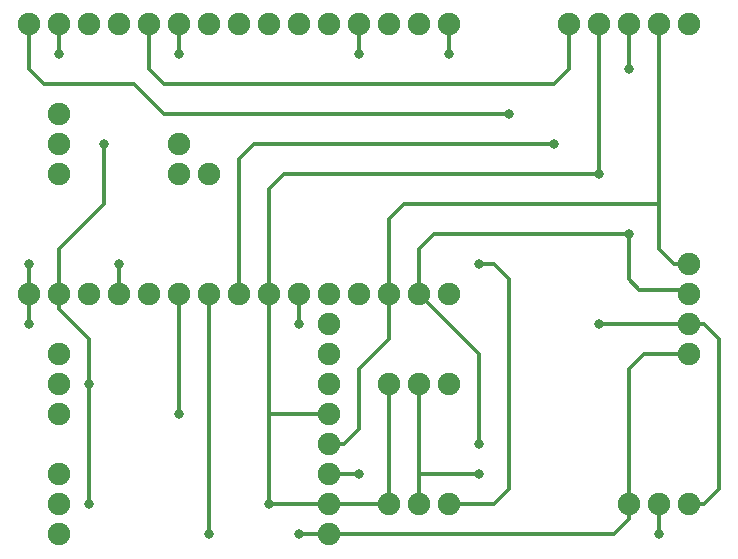
<source format=gbl>
G04 #@! TF.GenerationSoftware,KiCad,Pcbnew,(5.0.0)*
G04 #@! TF.CreationDate,2020-04-22T19:14:28+02:00*
G04 #@! TF.ProjectId,Homesensor,486F6D6573656E736F722E6B69636164,rev?*
G04 #@! TF.SameCoordinates,Original*
G04 #@! TF.FileFunction,Copper,L2,Bot,Signal*
G04 #@! TF.FilePolarity,Positive*
%FSLAX46Y46*%
G04 Gerber Fmt 4.6, Leading zero omitted, Abs format (unit mm)*
G04 Created by KiCad (PCBNEW (5.0.0)) date 04/22/20 19:14:28*
%MOMM*%
%LPD*%
G01*
G04 APERTURE LIST*
G04 #@! TA.AperFunction,ComponentPad*
%ADD10C,1.900000*%
G04 #@! TD*
G04 #@! TA.AperFunction,ViaPad*
%ADD11C,0.800000*%
G04 #@! TD*
G04 #@! TA.AperFunction,Conductor*
%ADD12C,0.300000*%
G04 #@! TD*
G04 APERTURE END LIST*
D10*
G04 #@! TO.P,REF\002A\002A,1*
G04 #@! TO.N,N/C*
X81280000Y-53340000D03*
G04 #@! TD*
G04 #@! TO.P,REF\002A\002A,1*
G04 #@! TO.N,N/C*
X78740000Y-53340000D03*
G04 #@! TD*
G04 #@! TO.P,REF\002A\002A,1*
G04 #@! TO.N,N/C*
X78740000Y-76200000D03*
G04 #@! TD*
G04 #@! TO.P,REF\002A\002A,1*
G04 #@! TO.N,N/C*
X81280000Y-76200000D03*
G04 #@! TD*
G04 #@! TO.P,REF\002A\002A,1*
G04 #@! TO.N,N/C*
X83820000Y-76200000D03*
G04 #@! TD*
G04 #@! TO.P,REF\002A\002A,1*
G04 #@! TO.N,N/C*
X86360000Y-76200000D03*
G04 #@! TD*
G04 #@! TO.P,REF\002A\002A,1*
G04 #@! TO.N,N/C*
X88900000Y-76200000D03*
G04 #@! TD*
G04 #@! TO.P,REF\002A\002A,1*
G04 #@! TO.N,N/C*
X91440000Y-76200000D03*
G04 #@! TD*
G04 #@! TO.P,REF\002A\002A,1*
G04 #@! TO.N,N/C*
X93980000Y-76200000D03*
G04 #@! TD*
G04 #@! TO.P,REF\002A\002A,1*
G04 #@! TO.N,N/C*
X96520000Y-76200000D03*
G04 #@! TD*
G04 #@! TO.P,REF\002A\002A,1*
G04 #@! TO.N,N/C*
X99060000Y-76200000D03*
G04 #@! TD*
G04 #@! TO.P,REF\002A\002A,1*
G04 #@! TO.N,N/C*
X101600000Y-76200000D03*
G04 #@! TD*
G04 #@! TO.P,REF\002A\002A,1*
G04 #@! TO.N,N/C*
X114300000Y-76200000D03*
G04 #@! TD*
G04 #@! TO.P,REF\002A\002A,1*
G04 #@! TO.N,N/C*
X111760000Y-76200000D03*
G04 #@! TD*
G04 #@! TO.P,REF\002A\002A,1*
G04 #@! TO.N,N/C*
X109220000Y-76200000D03*
G04 #@! TD*
G04 #@! TO.P,REF\002A\002A,1*
G04 #@! TO.N,N/C*
X106680000Y-76200000D03*
G04 #@! TD*
G04 #@! TO.P,REF\002A\002A,1*
G04 #@! TO.N,N/C*
X104140000Y-76200000D03*
G04 #@! TD*
G04 #@! TO.P,REF\002A\002A,1*
G04 #@! TO.N,N/C*
X104140000Y-78740000D03*
G04 #@! TD*
G04 #@! TO.P,REF\002A\002A,1*
G04 #@! TO.N,N/C*
X104140000Y-81280000D03*
G04 #@! TD*
G04 #@! TO.P,REF\002A\002A,1*
G04 #@! TO.N,N/C*
X104140000Y-83820000D03*
G04 #@! TD*
G04 #@! TO.P,REF\002A\002A,1*
G04 #@! TO.N,N/C*
X104140000Y-86360000D03*
G04 #@! TD*
G04 #@! TO.P,REF\002A\002A,1*
G04 #@! TO.N,N/C*
X104140000Y-88900000D03*
G04 #@! TD*
G04 #@! TO.P,REF\002A\002A,1*
G04 #@! TO.N,N/C*
X104140000Y-91440000D03*
G04 #@! TD*
G04 #@! TO.P,REF\002A\002A,1*
G04 #@! TO.N,N/C*
X104140000Y-93980000D03*
G04 #@! TD*
G04 #@! TO.P,REF\002A\002A,1*
G04 #@! TO.N,N/C*
X104140000Y-96520000D03*
G04 #@! TD*
G04 #@! TO.P,REF\002A\002A,1*
G04 #@! TO.N,N/C*
X81280000Y-96520000D03*
G04 #@! TD*
G04 #@! TO.P,REF\002A\002A,1*
G04 #@! TO.N,N/C*
X81280000Y-93980000D03*
G04 #@! TD*
G04 #@! TO.P,REF\002A\002A,1*
G04 #@! TO.N,N/C*
X81280000Y-91440000D03*
G04 #@! TD*
G04 #@! TO.P,REF\002A\002A,1*
G04 #@! TO.N,N/C*
X81280000Y-86360000D03*
G04 #@! TD*
G04 #@! TO.P,REF\002A\002A,1*
G04 #@! TO.N,N/C*
X81280000Y-83820000D03*
G04 #@! TD*
G04 #@! TO.P,REF\002A\002A,1*
G04 #@! TO.N,N/C*
X81280000Y-81280000D03*
G04 #@! TD*
G04 #@! TO.P,REF\002A\002A,1*
G04 #@! TO.N,N/C*
X114300000Y-83820000D03*
G04 #@! TD*
G04 #@! TO.P,REF\002A\002A,1*
G04 #@! TO.N,N/C*
X111760000Y-83820000D03*
G04 #@! TD*
G04 #@! TO.P,REF\002A\002A,1*
G04 #@! TO.N,N/C*
X109220000Y-83820000D03*
G04 #@! TD*
G04 #@! TO.P,REF\002A\002A,1*
G04 #@! TO.N,N/C*
X109220000Y-93980000D03*
G04 #@! TD*
G04 #@! TO.P,REF\002A\002A,1*
G04 #@! TO.N,N/C*
X111760000Y-93980000D03*
G04 #@! TD*
G04 #@! TO.P,REF\002A\002A,1*
G04 #@! TO.N,N/C*
X114300000Y-93980000D03*
G04 #@! TD*
G04 #@! TO.P,REF\002A\002A,1*
G04 #@! TO.N,N/C*
X129540000Y-93980000D03*
G04 #@! TD*
G04 #@! TO.P,REF\002A\002A,1*
G04 #@! TO.N,N/C*
X132080000Y-93980000D03*
G04 #@! TD*
G04 #@! TO.P,REF\002A\002A,1*
G04 #@! TO.N,N/C*
X134620000Y-93980000D03*
G04 #@! TD*
G04 #@! TO.P,REF\002A\002A,1*
G04 #@! TO.N,N/C*
X134620000Y-81280000D03*
G04 #@! TD*
G04 #@! TO.P,REF\002A\002A,1*
G04 #@! TO.N,N/C*
X134620000Y-78740000D03*
G04 #@! TD*
G04 #@! TO.P,REF\002A\002A,1*
G04 #@! TO.N,N/C*
X134620000Y-76200000D03*
G04 #@! TD*
G04 #@! TO.P,REF\002A\002A,1*
G04 #@! TO.N,N/C*
X134620000Y-73660000D03*
G04 #@! TD*
G04 #@! TO.P,REF\002A\002A,1*
G04 #@! TO.N,N/C*
X93980000Y-66040000D03*
G04 #@! TD*
G04 #@! TO.P,REF\002A\002A,1*
G04 #@! TO.N,N/C*
X91440000Y-66040000D03*
G04 #@! TD*
G04 #@! TO.P,REF\002A\002A,1*
G04 #@! TO.N,N/C*
X91440000Y-63500000D03*
G04 #@! TD*
G04 #@! TO.P,REF\002A\002A,1*
G04 #@! TO.N,N/C*
X134620000Y-53340000D03*
G04 #@! TD*
G04 #@! TO.P,REF\002A\002A,1*
G04 #@! TO.N,N/C*
X132080000Y-53340000D03*
G04 #@! TD*
G04 #@! TO.P,REF\002A\002A,1*
G04 #@! TO.N,N/C*
X129540000Y-53340000D03*
G04 #@! TD*
G04 #@! TO.P,REF\002A\002A,1*
G04 #@! TO.N,N/C*
X127000000Y-53340000D03*
G04 #@! TD*
G04 #@! TO.P,REF\002A\002A,1*
G04 #@! TO.N,N/C*
X124460000Y-53340000D03*
G04 #@! TD*
G04 #@! TO.P,REF\002A\002A,1*
G04 #@! TO.N,N/C*
X114300000Y-53340000D03*
G04 #@! TD*
G04 #@! TO.P,REF\002A\002A,1*
G04 #@! TO.N,N/C*
X111760000Y-53340000D03*
G04 #@! TD*
G04 #@! TO.P,REF\002A\002A,1*
G04 #@! TO.N,N/C*
X109220000Y-53340000D03*
G04 #@! TD*
G04 #@! TO.P,REF\002A\002A,1*
G04 #@! TO.N,N/C*
X106680000Y-53340000D03*
G04 #@! TD*
G04 #@! TO.P,REF\002A\002A,1*
G04 #@! TO.N,N/C*
X104140000Y-53340000D03*
G04 #@! TD*
G04 #@! TO.P,REF\002A\002A,1*
G04 #@! TO.N,N/C*
X104140000Y-53340000D03*
G04 #@! TD*
G04 #@! TO.P,REF\002A\002A,1*
G04 #@! TO.N,N/C*
X101600000Y-53340000D03*
G04 #@! TD*
G04 #@! TO.P,REF\002A\002A,1*
G04 #@! TO.N,N/C*
X99060000Y-53340000D03*
G04 #@! TD*
G04 #@! TO.P,REF\002A\002A,1*
G04 #@! TO.N,N/C*
X96520000Y-53340000D03*
G04 #@! TD*
G04 #@! TO.P,REF\002A\002A,1*
G04 #@! TO.N,N/C*
X93980000Y-53340000D03*
G04 #@! TD*
G04 #@! TO.P,REF\002A\002A,1*
G04 #@! TO.N,N/C*
X91440000Y-53340000D03*
G04 #@! TD*
G04 #@! TO.P,REF\002A\002A,1*
G04 #@! TO.N,N/C*
X88900000Y-53340000D03*
G04 #@! TD*
G04 #@! TO.P,REF\002A\002A,1*
G04 #@! TO.N,N/C*
X86360000Y-53340000D03*
G04 #@! TD*
G04 #@! TO.P,REF\002A\002A,1*
G04 #@! TO.N,N/C*
X83820000Y-53340000D03*
G04 #@! TD*
G04 #@! TO.P,REF\002A\002A,1*
G04 #@! TO.N,N/C*
X81280000Y-66040000D03*
G04 #@! TD*
G04 #@! TO.P,REF\002A\002A,1*
G04 #@! TO.N,N/C*
X81280000Y-63500000D03*
G04 #@! TD*
G04 #@! TO.P,REF\002A\002A,1*
G04 #@! TO.N,N/C*
X81280000Y-60960000D03*
G04 #@! TD*
D11*
G04 #@! TO.N,*
X101600000Y-78740000D03*
X78740000Y-73660000D03*
X78740000Y-78740000D03*
X129540000Y-57150000D03*
X83820000Y-83820000D03*
X83820000Y-93980000D03*
X81280000Y-55880000D03*
X91440000Y-55880000D03*
X99060000Y-93980000D03*
X119380000Y-60960000D03*
X101600000Y-96520014D03*
X106680000Y-91440000D03*
X116840000Y-88900000D03*
X116840000Y-91440000D03*
X91440000Y-86360000D03*
X93980000Y-96519986D03*
X114300000Y-55880000D03*
X85090000Y-63500006D03*
X132080000Y-96520000D03*
X127000000Y-78740000D03*
X123190000Y-63500000D03*
X127000000Y-66040000D03*
X129540000Y-71120000D03*
X116840000Y-73660000D03*
X86360000Y-73660000D03*
X106680000Y-55880000D03*
G04 #@! TD*
D12*
G04 #@! TO.N,*
X109220000Y-83820000D02*
X109220000Y-93980000D01*
X81280000Y-76200000D02*
X81280000Y-77470000D01*
X81280000Y-77470000D02*
X83820000Y-80010000D01*
X83820000Y-80010000D02*
X83820000Y-83820000D01*
X78740000Y-76200000D02*
X78740000Y-78740000D01*
X78740000Y-76200000D02*
X78740000Y-73660000D01*
X101600000Y-76200000D02*
X101600000Y-78740000D01*
X134620000Y-81280000D02*
X130810000Y-81280000D01*
X129540000Y-82550000D02*
X129540000Y-93980000D01*
X130810000Y-81280000D02*
X129540000Y-82550000D01*
X83820000Y-83820000D02*
X83820000Y-83820000D01*
X127000000Y-55880000D02*
X127000000Y-55880000D01*
X134620000Y-78740000D02*
X135890000Y-78740000D01*
X135890000Y-78740000D02*
X137160000Y-80010000D01*
X137160000Y-80010000D02*
X137160000Y-92710000D01*
X137160000Y-92710000D02*
X135890000Y-93980000D01*
X135890000Y-93980000D02*
X134620000Y-93980000D01*
X104140000Y-86360000D02*
X99060000Y-86360000D01*
X129540000Y-53340000D02*
X129540000Y-57150000D01*
X83820000Y-93980000D02*
X83820000Y-83820000D01*
X81280000Y-55880000D02*
X81280000Y-53340000D01*
X91440000Y-53340000D02*
X91440000Y-55880000D01*
X104140000Y-93980000D02*
X99060000Y-93980000D01*
X99060000Y-76200000D02*
X99060000Y-93980000D01*
X109220000Y-80010000D02*
X109220000Y-76200000D01*
X106680000Y-82550000D02*
X109220000Y-80010000D01*
X106680000Y-87630000D02*
X106680000Y-82550000D01*
X104140000Y-88900000D02*
X105410000Y-88900000D01*
X105410000Y-88900000D02*
X106680000Y-87630000D01*
X104140000Y-96520000D02*
X101600014Y-96520000D01*
X101600014Y-96520000D02*
X101600000Y-96520014D01*
X114300000Y-53340000D02*
X114300000Y-54610000D01*
X88900000Y-57150000D02*
X88900000Y-53340000D01*
X90170000Y-58420000D02*
X88900000Y-57150000D01*
X123190000Y-58420000D02*
X90170000Y-58420000D01*
X124460000Y-53340000D02*
X124460000Y-57150000D01*
X124460000Y-57150000D02*
X123190000Y-58420000D01*
X105410000Y-91440000D02*
X106680000Y-91440000D01*
X105410000Y-91440000D02*
X104140000Y-91440000D01*
X116840000Y-88617158D02*
X116840000Y-88900000D01*
X116840000Y-81280000D02*
X116840000Y-88617158D01*
X111760000Y-76200000D02*
X116840000Y-81280000D01*
X111760000Y-91440000D02*
X116840000Y-91440000D01*
X111760000Y-93980000D02*
X111760000Y-91440000D01*
X111760000Y-91440000D02*
X111760000Y-83820000D01*
X128270000Y-96520000D02*
X104140000Y-96520000D01*
X129540000Y-93980000D02*
X129540000Y-95250000D01*
X129540000Y-95250000D02*
X128270000Y-96520000D01*
X116440002Y-60960000D02*
X119380000Y-60960000D01*
X90170000Y-60960000D02*
X116440002Y-60960000D01*
X87630000Y-58420000D02*
X90170000Y-60960000D01*
X80010000Y-58420000D02*
X87630000Y-58420000D01*
X78740000Y-57150000D02*
X80010000Y-58420000D01*
X78740000Y-53340000D02*
X78740000Y-57150000D01*
X133350000Y-73660000D02*
X134620000Y-73660000D01*
X132080000Y-53340000D02*
X132080000Y-72390000D01*
X132080000Y-72390000D02*
X133350000Y-73660000D01*
X91440000Y-86360000D02*
X91440000Y-76200000D01*
X93980000Y-96519986D02*
X93980000Y-76200000D01*
X114300000Y-54610000D02*
X114300000Y-55880000D01*
X85090000Y-63782848D02*
X85090000Y-63500006D01*
X85090000Y-68580000D02*
X85090000Y-63782848D01*
X81280000Y-76200000D02*
X81280000Y-72390000D01*
X81280000Y-72390000D02*
X85090000Y-68580000D01*
X132080000Y-93980000D02*
X132080000Y-96520000D01*
X134620000Y-78740000D02*
X127000000Y-78740000D01*
X104140000Y-93980000D02*
X109220000Y-93980000D01*
X127000000Y-53340000D02*
X127000000Y-66040000D01*
X109220000Y-69850000D02*
X109220000Y-76200000D01*
X110490000Y-68580000D02*
X109220000Y-69850000D01*
X132080000Y-71120000D02*
X132080000Y-68580000D01*
X132080000Y-68580000D02*
X110490000Y-68580000D01*
X129540000Y-74930000D02*
X129540000Y-71120000D01*
X130410001Y-75800001D02*
X129540000Y-74930000D01*
X134620000Y-76200000D02*
X134220001Y-75800001D01*
X134220001Y-75800001D02*
X130410001Y-75800001D01*
X113030000Y-71120000D02*
X129540000Y-71120000D01*
X111760000Y-76200000D02*
X111760000Y-72390000D01*
X111760000Y-72390000D02*
X113030000Y-71120000D01*
X114300000Y-93980000D02*
X118110000Y-93980000D01*
X118110000Y-93980000D02*
X119380000Y-92710000D01*
X119380000Y-92710000D02*
X119380000Y-74930000D01*
X119380000Y-74930000D02*
X118110000Y-73660000D01*
X118110000Y-73660000D02*
X116840000Y-73660000D01*
X86360000Y-73660000D02*
X86360000Y-76200000D01*
X106680000Y-53340000D02*
X106680000Y-55880000D01*
X97790000Y-63500000D02*
X123190000Y-63500000D01*
X96520000Y-76200000D02*
X96520000Y-64770000D01*
X96520000Y-64770000D02*
X97790000Y-63500000D01*
X100330000Y-66040000D02*
X127000000Y-66040000D01*
X99060000Y-76200000D02*
X99060000Y-67310000D01*
X99060000Y-67310000D02*
X100330000Y-66040000D01*
G04 #@! TD*
M02*

</source>
